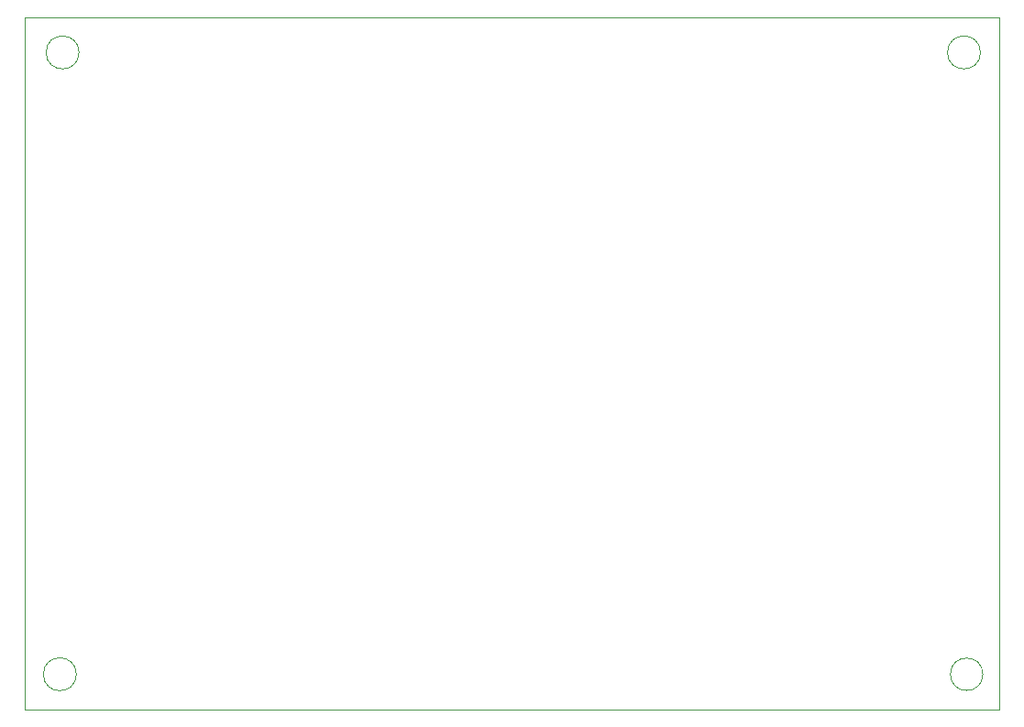
<source format=gbr>
%TF.GenerationSoftware,KiCad,Pcbnew,8.0.5*%
%TF.CreationDate,2024-12-19T09:49:27+01:00*%
%TF.ProjectId,Antenna_switch,416e7465-6e6e-4615-9f73-77697463682e,rev?*%
%TF.SameCoordinates,Original*%
%TF.FileFunction,Profile,NP*%
%FSLAX46Y46*%
G04 Gerber Fmt 4.6, Leading zero omitted, Abs format (unit mm)*
G04 Created by KiCad (PCBNEW 8.0.5) date 2024-12-19 09:49:27*
%MOMM*%
%LPD*%
G01*
G04 APERTURE LIST*
%TA.AperFunction,Profile*%
%ADD10C,0.050000*%
%TD*%
G04 APERTURE END LIST*
D10*
X183750000Y-97500000D02*
G75*
G02*
X180750000Y-97500000I-1500000J0D01*
G01*
X180750000Y-97500000D02*
G75*
G02*
X183750000Y-97500000I1500000J0D01*
G01*
X183520691Y-40000000D02*
G75*
G02*
X180479309Y-40000000I-1520691J0D01*
G01*
X180479309Y-40000000D02*
G75*
G02*
X183520691Y-40000000I1520691J0D01*
G01*
X100020691Y-97500000D02*
G75*
G02*
X96979309Y-97500000I-1520691J0D01*
G01*
X96979309Y-97500000D02*
G75*
G02*
X100020691Y-97500000I1520691J0D01*
G01*
X95250000Y-36750000D02*
X185250000Y-36750000D01*
X185250000Y-100750000D01*
X95250000Y-100750000D01*
X95250000Y-36750000D01*
X100270691Y-40000000D02*
G75*
G02*
X97229309Y-40000000I-1520691J0D01*
G01*
X97229309Y-40000000D02*
G75*
G02*
X100270691Y-40000000I1520691J0D01*
G01*
M02*

</source>
